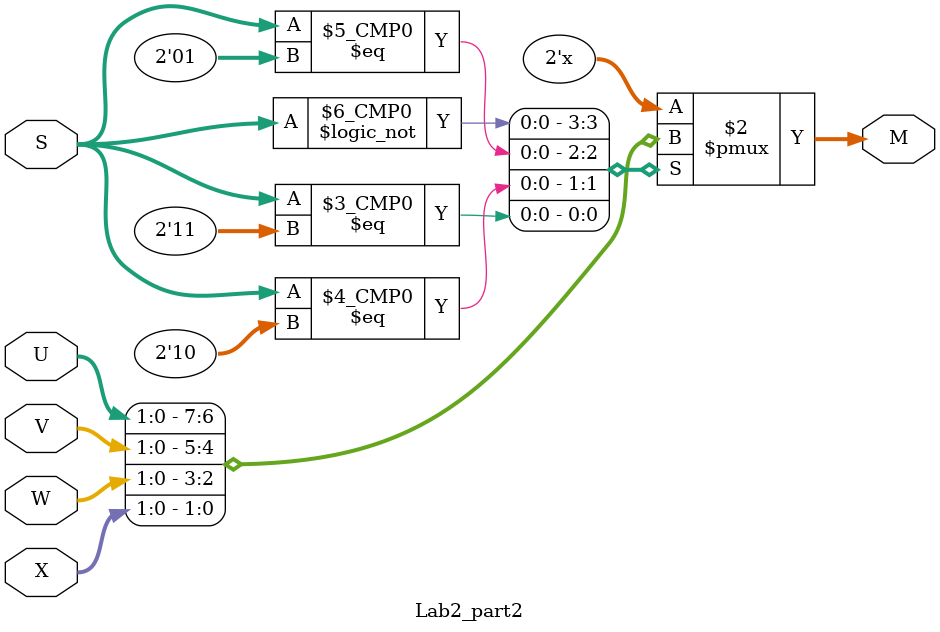
<source format=v>

module Lab2_part2 (
    input [1:0] U,
    input [1:0] V,
    input [1:0] W,
    input [1:0] X,
    input [1:0] S,
    output reg [1:0] M
);

always @(*) begin
    case (S)
        2'b00: M = U;
        2'b01: M = V;
        2'b10: M = W;
        2'b11: M = X;
        default: M = 2'b00;
    endcase
end

endmodule

</source>
